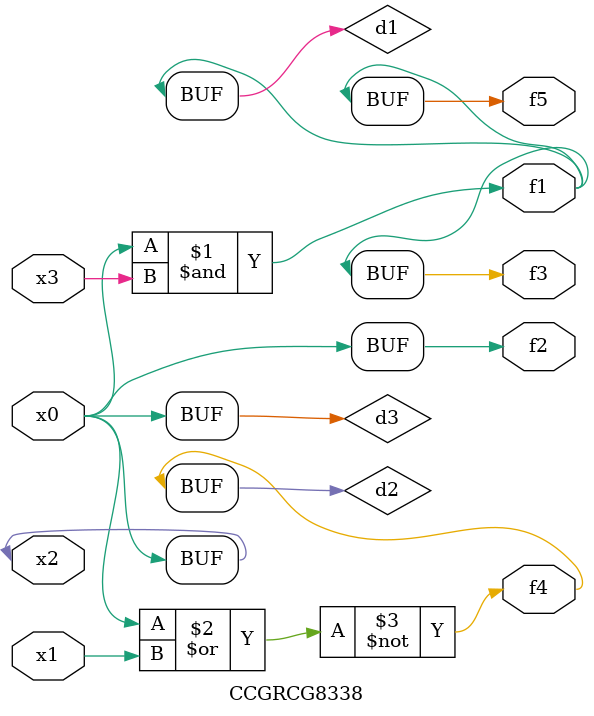
<source format=v>
module CCGRCG8338(
	input x0, x1, x2, x3,
	output f1, f2, f3, f4, f5
);

	wire d1, d2, d3;

	and (d1, x2, x3);
	nor (d2, x0, x1);
	buf (d3, x0, x2);
	assign f1 = d1;
	assign f2 = d3;
	assign f3 = d1;
	assign f4 = d2;
	assign f5 = d1;
endmodule

</source>
